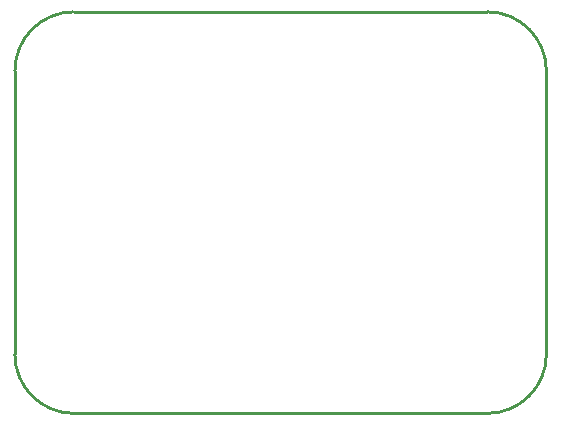
<source format=gko>
G04 Layer: BoardOutlineLayer*
G04 EasyEDA v6.5.34, 2023-08-16 01:38:41*
G04 0b4bf82fb62e4253a9ec38605943c121,d082a57bed8c4960b86515869d5a82c3,10*
G04 Gerber Generator version 0.2*
G04 Scale: 100 percent, Rotated: No, Reflected: No *
G04 Dimensions in millimeters *
G04 leading zeros omitted , absolute positions ,4 integer and 5 decimal *
%FSLAX45Y45*%
%MOMM*%

%ADD10C,0.2540*%
D10*
X506089Y3407282D02*
G01*
X4006093Y3407282D01*
X6101Y507286D02*
G01*
X6101Y2907284D01*
X4006093Y7292D02*
G01*
X506089Y7292D01*
X4506081Y2907284D02*
G01*
X4506081Y507286D01*
G75*
G01*
X4006088Y3407283D02*
G02*
X4506087Y2907284I0J-499999D01*
G75*
G01*
X4506087Y507289D02*
G02*
X4006088Y7290I-499999J0D01*
G75*
G01*
X6096Y2907284D02*
G02*
X506095Y3407283I499999J0D01*
G75*
G01*
X506095Y7290D02*
G02*
X6096Y507289I0J499999D01*

%LPD*%
M02*

</source>
